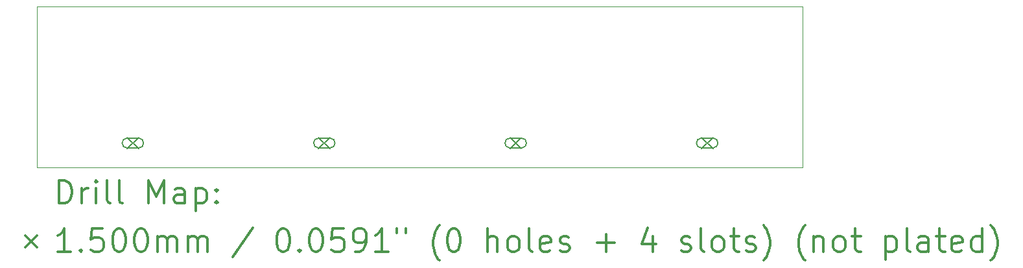
<source format=gbr>
%FSLAX45Y45*%
G04 Gerber Fmt 4.5, Leading zero omitted, Abs format (unit mm)*
G04 Created by KiCad (PCBNEW (5.1.12)-1) date 2021-11-29 00:25:57*
%MOMM*%
%LPD*%
G01*
G04 APERTURE LIST*
%TA.AperFunction,Profile*%
%ADD10C,0.050000*%
%TD*%
%ADD11C,0.200000*%
%ADD12C,0.300000*%
G04 APERTURE END LIST*
D10*
X17478000Y-4245900D02*
X17478000Y-2145900D01*
X27478000Y-4245900D02*
X17478000Y-4245900D01*
X27478000Y-2145900D02*
X27478000Y-4245900D01*
X17478000Y-2145900D02*
X27478000Y-2145900D01*
D11*
X18653000Y-3850900D02*
X18803000Y-4000900D01*
X18803000Y-3850900D02*
X18653000Y-4000900D01*
X18653000Y-3990900D02*
X18803000Y-3990900D01*
X18653000Y-3860900D02*
X18803000Y-3860900D01*
X18803000Y-3990900D02*
G75*
G03*
X18803000Y-3860900I0J65000D01*
G01*
X18653000Y-3860900D02*
G75*
G03*
X18653000Y-3990900I0J-65000D01*
G01*
X21153000Y-3850900D02*
X21303000Y-4000900D01*
X21303000Y-3850900D02*
X21153000Y-4000900D01*
X21153000Y-3990900D02*
X21303000Y-3990900D01*
X21153000Y-3860900D02*
X21303000Y-3860900D01*
X21303000Y-3990900D02*
G75*
G03*
X21303000Y-3860900I0J65000D01*
G01*
X21153000Y-3860900D02*
G75*
G03*
X21153000Y-3990900I0J-65000D01*
G01*
X23653000Y-3850900D02*
X23803000Y-4000900D01*
X23803000Y-3850900D02*
X23653000Y-4000900D01*
X23653000Y-3990900D02*
X23803000Y-3990900D01*
X23653000Y-3860900D02*
X23803000Y-3860900D01*
X23803000Y-3990900D02*
G75*
G03*
X23803000Y-3860900I0J65000D01*
G01*
X23653000Y-3860900D02*
G75*
G03*
X23653000Y-3990900I0J-65000D01*
G01*
X26153000Y-3850900D02*
X26303000Y-4000900D01*
X26303000Y-3850900D02*
X26153000Y-4000900D01*
X26153000Y-3990900D02*
X26303000Y-3990900D01*
X26153000Y-3860900D02*
X26303000Y-3860900D01*
X26303000Y-3990900D02*
G75*
G03*
X26303000Y-3860900I0J65000D01*
G01*
X26153000Y-3860900D02*
G75*
G03*
X26153000Y-3990900I0J-65000D01*
G01*
D12*
X17761928Y-4714114D02*
X17761928Y-4414114D01*
X17833357Y-4414114D01*
X17876214Y-4428400D01*
X17904786Y-4456972D01*
X17919071Y-4485543D01*
X17933357Y-4542686D01*
X17933357Y-4585543D01*
X17919071Y-4642686D01*
X17904786Y-4671257D01*
X17876214Y-4699829D01*
X17833357Y-4714114D01*
X17761928Y-4714114D01*
X18061928Y-4714114D02*
X18061928Y-4514114D01*
X18061928Y-4571257D02*
X18076214Y-4542686D01*
X18090500Y-4528400D01*
X18119071Y-4514114D01*
X18147643Y-4514114D01*
X18247643Y-4714114D02*
X18247643Y-4514114D01*
X18247643Y-4414114D02*
X18233357Y-4428400D01*
X18247643Y-4442686D01*
X18261928Y-4428400D01*
X18247643Y-4414114D01*
X18247643Y-4442686D01*
X18433357Y-4714114D02*
X18404786Y-4699829D01*
X18390500Y-4671257D01*
X18390500Y-4414114D01*
X18590500Y-4714114D02*
X18561928Y-4699829D01*
X18547643Y-4671257D01*
X18547643Y-4414114D01*
X18933357Y-4714114D02*
X18933357Y-4414114D01*
X19033357Y-4628400D01*
X19133357Y-4414114D01*
X19133357Y-4714114D01*
X19404786Y-4714114D02*
X19404786Y-4556972D01*
X19390500Y-4528400D01*
X19361928Y-4514114D01*
X19304786Y-4514114D01*
X19276214Y-4528400D01*
X19404786Y-4699829D02*
X19376214Y-4714114D01*
X19304786Y-4714114D01*
X19276214Y-4699829D01*
X19261928Y-4671257D01*
X19261928Y-4642686D01*
X19276214Y-4614114D01*
X19304786Y-4599829D01*
X19376214Y-4599829D01*
X19404786Y-4585543D01*
X19547643Y-4514114D02*
X19547643Y-4814114D01*
X19547643Y-4528400D02*
X19576214Y-4514114D01*
X19633357Y-4514114D01*
X19661928Y-4528400D01*
X19676214Y-4542686D01*
X19690500Y-4571257D01*
X19690500Y-4656972D01*
X19676214Y-4685543D01*
X19661928Y-4699829D01*
X19633357Y-4714114D01*
X19576214Y-4714114D01*
X19547643Y-4699829D01*
X19819071Y-4685543D02*
X19833357Y-4699829D01*
X19819071Y-4714114D01*
X19804786Y-4699829D01*
X19819071Y-4685543D01*
X19819071Y-4714114D01*
X19819071Y-4528400D02*
X19833357Y-4542686D01*
X19819071Y-4556972D01*
X19804786Y-4542686D01*
X19819071Y-4528400D01*
X19819071Y-4556972D01*
X17325500Y-5133400D02*
X17475500Y-5283400D01*
X17475500Y-5133400D02*
X17325500Y-5283400D01*
X17919071Y-5344114D02*
X17747643Y-5344114D01*
X17833357Y-5344114D02*
X17833357Y-5044114D01*
X17804786Y-5086972D01*
X17776214Y-5115543D01*
X17747643Y-5129829D01*
X18047643Y-5315543D02*
X18061928Y-5329829D01*
X18047643Y-5344114D01*
X18033357Y-5329829D01*
X18047643Y-5315543D01*
X18047643Y-5344114D01*
X18333357Y-5044114D02*
X18190500Y-5044114D01*
X18176214Y-5186972D01*
X18190500Y-5172686D01*
X18219071Y-5158400D01*
X18290500Y-5158400D01*
X18319071Y-5172686D01*
X18333357Y-5186972D01*
X18347643Y-5215543D01*
X18347643Y-5286972D01*
X18333357Y-5315543D01*
X18319071Y-5329829D01*
X18290500Y-5344114D01*
X18219071Y-5344114D01*
X18190500Y-5329829D01*
X18176214Y-5315543D01*
X18533357Y-5044114D02*
X18561928Y-5044114D01*
X18590500Y-5058400D01*
X18604786Y-5072686D01*
X18619071Y-5101257D01*
X18633357Y-5158400D01*
X18633357Y-5229829D01*
X18619071Y-5286972D01*
X18604786Y-5315543D01*
X18590500Y-5329829D01*
X18561928Y-5344114D01*
X18533357Y-5344114D01*
X18504786Y-5329829D01*
X18490500Y-5315543D01*
X18476214Y-5286972D01*
X18461928Y-5229829D01*
X18461928Y-5158400D01*
X18476214Y-5101257D01*
X18490500Y-5072686D01*
X18504786Y-5058400D01*
X18533357Y-5044114D01*
X18819071Y-5044114D02*
X18847643Y-5044114D01*
X18876214Y-5058400D01*
X18890500Y-5072686D01*
X18904786Y-5101257D01*
X18919071Y-5158400D01*
X18919071Y-5229829D01*
X18904786Y-5286972D01*
X18890500Y-5315543D01*
X18876214Y-5329829D01*
X18847643Y-5344114D01*
X18819071Y-5344114D01*
X18790500Y-5329829D01*
X18776214Y-5315543D01*
X18761928Y-5286972D01*
X18747643Y-5229829D01*
X18747643Y-5158400D01*
X18761928Y-5101257D01*
X18776214Y-5072686D01*
X18790500Y-5058400D01*
X18819071Y-5044114D01*
X19047643Y-5344114D02*
X19047643Y-5144114D01*
X19047643Y-5172686D02*
X19061928Y-5158400D01*
X19090500Y-5144114D01*
X19133357Y-5144114D01*
X19161928Y-5158400D01*
X19176214Y-5186972D01*
X19176214Y-5344114D01*
X19176214Y-5186972D02*
X19190500Y-5158400D01*
X19219071Y-5144114D01*
X19261928Y-5144114D01*
X19290500Y-5158400D01*
X19304786Y-5186972D01*
X19304786Y-5344114D01*
X19447643Y-5344114D02*
X19447643Y-5144114D01*
X19447643Y-5172686D02*
X19461928Y-5158400D01*
X19490500Y-5144114D01*
X19533357Y-5144114D01*
X19561928Y-5158400D01*
X19576214Y-5186972D01*
X19576214Y-5344114D01*
X19576214Y-5186972D02*
X19590500Y-5158400D01*
X19619071Y-5144114D01*
X19661928Y-5144114D01*
X19690500Y-5158400D01*
X19704786Y-5186972D01*
X19704786Y-5344114D01*
X20290500Y-5029829D02*
X20033357Y-5415543D01*
X20676214Y-5044114D02*
X20704786Y-5044114D01*
X20733357Y-5058400D01*
X20747643Y-5072686D01*
X20761928Y-5101257D01*
X20776214Y-5158400D01*
X20776214Y-5229829D01*
X20761928Y-5286972D01*
X20747643Y-5315543D01*
X20733357Y-5329829D01*
X20704786Y-5344114D01*
X20676214Y-5344114D01*
X20647643Y-5329829D01*
X20633357Y-5315543D01*
X20619071Y-5286972D01*
X20604786Y-5229829D01*
X20604786Y-5158400D01*
X20619071Y-5101257D01*
X20633357Y-5072686D01*
X20647643Y-5058400D01*
X20676214Y-5044114D01*
X20904786Y-5315543D02*
X20919071Y-5329829D01*
X20904786Y-5344114D01*
X20890500Y-5329829D01*
X20904786Y-5315543D01*
X20904786Y-5344114D01*
X21104786Y-5044114D02*
X21133357Y-5044114D01*
X21161928Y-5058400D01*
X21176214Y-5072686D01*
X21190500Y-5101257D01*
X21204786Y-5158400D01*
X21204786Y-5229829D01*
X21190500Y-5286972D01*
X21176214Y-5315543D01*
X21161928Y-5329829D01*
X21133357Y-5344114D01*
X21104786Y-5344114D01*
X21076214Y-5329829D01*
X21061928Y-5315543D01*
X21047643Y-5286972D01*
X21033357Y-5229829D01*
X21033357Y-5158400D01*
X21047643Y-5101257D01*
X21061928Y-5072686D01*
X21076214Y-5058400D01*
X21104786Y-5044114D01*
X21476214Y-5044114D02*
X21333357Y-5044114D01*
X21319071Y-5186972D01*
X21333357Y-5172686D01*
X21361928Y-5158400D01*
X21433357Y-5158400D01*
X21461928Y-5172686D01*
X21476214Y-5186972D01*
X21490500Y-5215543D01*
X21490500Y-5286972D01*
X21476214Y-5315543D01*
X21461928Y-5329829D01*
X21433357Y-5344114D01*
X21361928Y-5344114D01*
X21333357Y-5329829D01*
X21319071Y-5315543D01*
X21633357Y-5344114D02*
X21690500Y-5344114D01*
X21719071Y-5329829D01*
X21733357Y-5315543D01*
X21761928Y-5272686D01*
X21776214Y-5215543D01*
X21776214Y-5101257D01*
X21761928Y-5072686D01*
X21747643Y-5058400D01*
X21719071Y-5044114D01*
X21661928Y-5044114D01*
X21633357Y-5058400D01*
X21619071Y-5072686D01*
X21604786Y-5101257D01*
X21604786Y-5172686D01*
X21619071Y-5201257D01*
X21633357Y-5215543D01*
X21661928Y-5229829D01*
X21719071Y-5229829D01*
X21747643Y-5215543D01*
X21761928Y-5201257D01*
X21776214Y-5172686D01*
X22061928Y-5344114D02*
X21890500Y-5344114D01*
X21976214Y-5344114D02*
X21976214Y-5044114D01*
X21947643Y-5086972D01*
X21919071Y-5115543D01*
X21890500Y-5129829D01*
X22176214Y-5044114D02*
X22176214Y-5101257D01*
X22290500Y-5044114D02*
X22290500Y-5101257D01*
X22733357Y-5458400D02*
X22719071Y-5444114D01*
X22690500Y-5401257D01*
X22676214Y-5372686D01*
X22661928Y-5329829D01*
X22647643Y-5258400D01*
X22647643Y-5201257D01*
X22661928Y-5129829D01*
X22676214Y-5086972D01*
X22690500Y-5058400D01*
X22719071Y-5015543D01*
X22733357Y-5001257D01*
X22904786Y-5044114D02*
X22933357Y-5044114D01*
X22961928Y-5058400D01*
X22976214Y-5072686D01*
X22990500Y-5101257D01*
X23004786Y-5158400D01*
X23004786Y-5229829D01*
X22990500Y-5286972D01*
X22976214Y-5315543D01*
X22961928Y-5329829D01*
X22933357Y-5344114D01*
X22904786Y-5344114D01*
X22876214Y-5329829D01*
X22861928Y-5315543D01*
X22847643Y-5286972D01*
X22833357Y-5229829D01*
X22833357Y-5158400D01*
X22847643Y-5101257D01*
X22861928Y-5072686D01*
X22876214Y-5058400D01*
X22904786Y-5044114D01*
X23361928Y-5344114D02*
X23361928Y-5044114D01*
X23490500Y-5344114D02*
X23490500Y-5186972D01*
X23476214Y-5158400D01*
X23447643Y-5144114D01*
X23404786Y-5144114D01*
X23376214Y-5158400D01*
X23361928Y-5172686D01*
X23676214Y-5344114D02*
X23647643Y-5329829D01*
X23633357Y-5315543D01*
X23619071Y-5286972D01*
X23619071Y-5201257D01*
X23633357Y-5172686D01*
X23647643Y-5158400D01*
X23676214Y-5144114D01*
X23719071Y-5144114D01*
X23747643Y-5158400D01*
X23761928Y-5172686D01*
X23776214Y-5201257D01*
X23776214Y-5286972D01*
X23761928Y-5315543D01*
X23747643Y-5329829D01*
X23719071Y-5344114D01*
X23676214Y-5344114D01*
X23947643Y-5344114D02*
X23919071Y-5329829D01*
X23904786Y-5301257D01*
X23904786Y-5044114D01*
X24176214Y-5329829D02*
X24147643Y-5344114D01*
X24090500Y-5344114D01*
X24061928Y-5329829D01*
X24047643Y-5301257D01*
X24047643Y-5186972D01*
X24061928Y-5158400D01*
X24090500Y-5144114D01*
X24147643Y-5144114D01*
X24176214Y-5158400D01*
X24190500Y-5186972D01*
X24190500Y-5215543D01*
X24047643Y-5244114D01*
X24304786Y-5329829D02*
X24333357Y-5344114D01*
X24390500Y-5344114D01*
X24419071Y-5329829D01*
X24433357Y-5301257D01*
X24433357Y-5286972D01*
X24419071Y-5258400D01*
X24390500Y-5244114D01*
X24347643Y-5244114D01*
X24319071Y-5229829D01*
X24304786Y-5201257D01*
X24304786Y-5186972D01*
X24319071Y-5158400D01*
X24347643Y-5144114D01*
X24390500Y-5144114D01*
X24419071Y-5158400D01*
X24790500Y-5229829D02*
X25019071Y-5229829D01*
X24904786Y-5344114D02*
X24904786Y-5115543D01*
X25519071Y-5144114D02*
X25519071Y-5344114D01*
X25447643Y-5029829D02*
X25376214Y-5244114D01*
X25561928Y-5244114D01*
X25890500Y-5329829D02*
X25919071Y-5344114D01*
X25976214Y-5344114D01*
X26004786Y-5329829D01*
X26019071Y-5301257D01*
X26019071Y-5286972D01*
X26004786Y-5258400D01*
X25976214Y-5244114D01*
X25933357Y-5244114D01*
X25904786Y-5229829D01*
X25890500Y-5201257D01*
X25890500Y-5186972D01*
X25904786Y-5158400D01*
X25933357Y-5144114D01*
X25976214Y-5144114D01*
X26004786Y-5158400D01*
X26190500Y-5344114D02*
X26161928Y-5329829D01*
X26147643Y-5301257D01*
X26147643Y-5044114D01*
X26347643Y-5344114D02*
X26319071Y-5329829D01*
X26304786Y-5315543D01*
X26290500Y-5286972D01*
X26290500Y-5201257D01*
X26304786Y-5172686D01*
X26319071Y-5158400D01*
X26347643Y-5144114D01*
X26390500Y-5144114D01*
X26419071Y-5158400D01*
X26433357Y-5172686D01*
X26447643Y-5201257D01*
X26447643Y-5286972D01*
X26433357Y-5315543D01*
X26419071Y-5329829D01*
X26390500Y-5344114D01*
X26347643Y-5344114D01*
X26533357Y-5144114D02*
X26647643Y-5144114D01*
X26576214Y-5044114D02*
X26576214Y-5301257D01*
X26590500Y-5329829D01*
X26619071Y-5344114D01*
X26647643Y-5344114D01*
X26733357Y-5329829D02*
X26761928Y-5344114D01*
X26819071Y-5344114D01*
X26847643Y-5329829D01*
X26861928Y-5301257D01*
X26861928Y-5286972D01*
X26847643Y-5258400D01*
X26819071Y-5244114D01*
X26776214Y-5244114D01*
X26747643Y-5229829D01*
X26733357Y-5201257D01*
X26733357Y-5186972D01*
X26747643Y-5158400D01*
X26776214Y-5144114D01*
X26819071Y-5144114D01*
X26847643Y-5158400D01*
X26961928Y-5458400D02*
X26976214Y-5444114D01*
X27004786Y-5401257D01*
X27019071Y-5372686D01*
X27033357Y-5329829D01*
X27047643Y-5258400D01*
X27047643Y-5201257D01*
X27033357Y-5129829D01*
X27019071Y-5086972D01*
X27004786Y-5058400D01*
X26976214Y-5015543D01*
X26961928Y-5001257D01*
X27504786Y-5458400D02*
X27490500Y-5444114D01*
X27461928Y-5401257D01*
X27447643Y-5372686D01*
X27433357Y-5329829D01*
X27419071Y-5258400D01*
X27419071Y-5201257D01*
X27433357Y-5129829D01*
X27447643Y-5086972D01*
X27461928Y-5058400D01*
X27490500Y-5015543D01*
X27504786Y-5001257D01*
X27619071Y-5144114D02*
X27619071Y-5344114D01*
X27619071Y-5172686D02*
X27633357Y-5158400D01*
X27661928Y-5144114D01*
X27704786Y-5144114D01*
X27733357Y-5158400D01*
X27747643Y-5186972D01*
X27747643Y-5344114D01*
X27933357Y-5344114D02*
X27904786Y-5329829D01*
X27890500Y-5315543D01*
X27876214Y-5286972D01*
X27876214Y-5201257D01*
X27890500Y-5172686D01*
X27904786Y-5158400D01*
X27933357Y-5144114D01*
X27976214Y-5144114D01*
X28004786Y-5158400D01*
X28019071Y-5172686D01*
X28033357Y-5201257D01*
X28033357Y-5286972D01*
X28019071Y-5315543D01*
X28004786Y-5329829D01*
X27976214Y-5344114D01*
X27933357Y-5344114D01*
X28119071Y-5144114D02*
X28233357Y-5144114D01*
X28161928Y-5044114D02*
X28161928Y-5301257D01*
X28176214Y-5329829D01*
X28204786Y-5344114D01*
X28233357Y-5344114D01*
X28561928Y-5144114D02*
X28561928Y-5444114D01*
X28561928Y-5158400D02*
X28590500Y-5144114D01*
X28647643Y-5144114D01*
X28676214Y-5158400D01*
X28690500Y-5172686D01*
X28704786Y-5201257D01*
X28704786Y-5286972D01*
X28690500Y-5315543D01*
X28676214Y-5329829D01*
X28647643Y-5344114D01*
X28590500Y-5344114D01*
X28561928Y-5329829D01*
X28876214Y-5344114D02*
X28847643Y-5329829D01*
X28833357Y-5301257D01*
X28833357Y-5044114D01*
X29119071Y-5344114D02*
X29119071Y-5186972D01*
X29104786Y-5158400D01*
X29076214Y-5144114D01*
X29019071Y-5144114D01*
X28990500Y-5158400D01*
X29119071Y-5329829D02*
X29090500Y-5344114D01*
X29019071Y-5344114D01*
X28990500Y-5329829D01*
X28976214Y-5301257D01*
X28976214Y-5272686D01*
X28990500Y-5244114D01*
X29019071Y-5229829D01*
X29090500Y-5229829D01*
X29119071Y-5215543D01*
X29219071Y-5144114D02*
X29333357Y-5144114D01*
X29261928Y-5044114D02*
X29261928Y-5301257D01*
X29276214Y-5329829D01*
X29304786Y-5344114D01*
X29333357Y-5344114D01*
X29547643Y-5329829D02*
X29519071Y-5344114D01*
X29461928Y-5344114D01*
X29433357Y-5329829D01*
X29419071Y-5301257D01*
X29419071Y-5186972D01*
X29433357Y-5158400D01*
X29461928Y-5144114D01*
X29519071Y-5144114D01*
X29547643Y-5158400D01*
X29561928Y-5186972D01*
X29561928Y-5215543D01*
X29419071Y-5244114D01*
X29819071Y-5344114D02*
X29819071Y-5044114D01*
X29819071Y-5329829D02*
X29790500Y-5344114D01*
X29733357Y-5344114D01*
X29704786Y-5329829D01*
X29690500Y-5315543D01*
X29676214Y-5286972D01*
X29676214Y-5201257D01*
X29690500Y-5172686D01*
X29704786Y-5158400D01*
X29733357Y-5144114D01*
X29790500Y-5144114D01*
X29819071Y-5158400D01*
X29933357Y-5458400D02*
X29947643Y-5444114D01*
X29976214Y-5401257D01*
X29990500Y-5372686D01*
X30004786Y-5329829D01*
X30019071Y-5258400D01*
X30019071Y-5201257D01*
X30004786Y-5129829D01*
X29990500Y-5086972D01*
X29976214Y-5058400D01*
X29947643Y-5015543D01*
X29933357Y-5001257D01*
M02*

</source>
